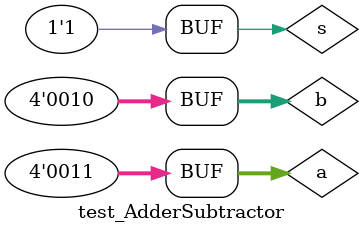
<source format=v>
`timescale 1ns / 1ps

module test_AdderSubtractor();

    reg [3:0]a;
    reg [3:0]b;
    reg s;
    wire [3:0] out;
    wire o;
    
    AdderSubtractor AS1(a,b,s,o,out);
    
    initial begin
        s=0; a=4'h0; b=4'h0;
        #10 s=0; a=4'h0; b=4'h1;
        #10 s=0; a=4'h6; b=4'h4;
        #10 s=0; a=4'hA; b=4'h4;
        #10 s=0; a=4'hC; b=4'h4;
        #10 s=1; a=4'h6; b=4'h4;
        #10 s=1; a=4'h2; b=4'h4;
        #10 s=1; a=4'h3; b=4'h2;        
    end

endmodule

</source>
